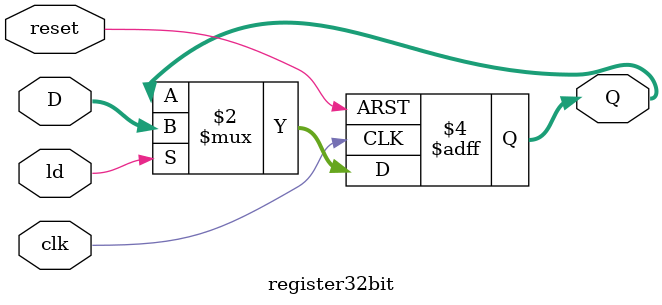
<source format=v>
module register32bit (D, clk, reset, Q, ld); 
input [31:0] D;
input clk;
input reset; 
output reg [31:0] Q;
input ld;

always @(posedge clk or posedge reset) begin
if (reset) begin
    Q <= 32'b0;
	end else if (ld) begin
		Q <= D;
	end
end

endmodule
</source>
